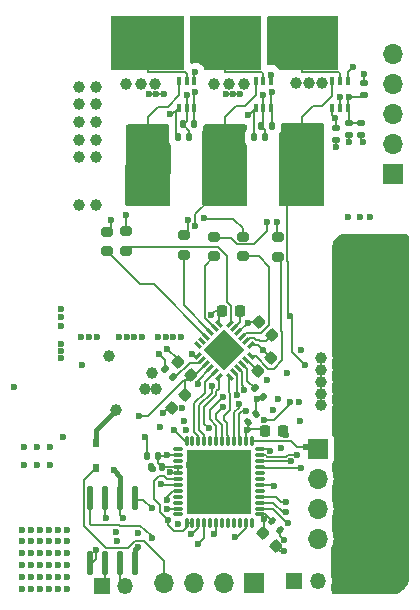
<source format=gbl>
G04 #@! TF.GenerationSoftware,KiCad,Pcbnew,8.0.4*
G04 #@! TF.CreationDate,2024-09-18T18:28:33+10:00*
G04 #@! TF.ProjectId,ESC,4553432e-6b69-4636-9164-5f7063625858,rev?*
G04 #@! TF.SameCoordinates,Original*
G04 #@! TF.FileFunction,Copper,L6,Bot*
G04 #@! TF.FilePolarity,Positive*
%FSLAX46Y46*%
G04 Gerber Fmt 4.6, Leading zero omitted, Abs format (unit mm)*
G04 Created by KiCad (PCBNEW 8.0.4) date 2024-09-18 18:28:33*
%MOMM*%
%LPD*%
G01*
G04 APERTURE LIST*
G04 Aperture macros list*
%AMRoundRect*
0 Rectangle with rounded corners*
0 $1 Rounding radius*
0 $2 $3 $4 $5 $6 $7 $8 $9 X,Y pos of 4 corners*
0 Add a 4 corners polygon primitive as box body*
4,1,4,$2,$3,$4,$5,$6,$7,$8,$9,$2,$3,0*
0 Add four circle primitives for the rounded corners*
1,1,$1+$1,$2,$3*
1,1,$1+$1,$4,$5*
1,1,$1+$1,$6,$7*
1,1,$1+$1,$8,$9*
0 Add four rect primitives between the rounded corners*
20,1,$1+$1,$2,$3,$4,$5,0*
20,1,$1+$1,$4,$5,$6,$7,0*
20,1,$1+$1,$6,$7,$8,$9,0*
20,1,$1+$1,$8,$9,$2,$3,0*%
%AMRotRect*
0 Rectangle, with rotation*
0 The origin of the aperture is its center*
0 $1 length*
0 $2 width*
0 $3 Rotation angle, in degrees counterclockwise*
0 Add horizontal line*
21,1,$1,$2,0,0,$3*%
G04 Aperture macros list end*
G04 #@! TA.AperFunction,ComponentPad*
%ADD10R,1.700000X1.700000*%
G04 #@! TD*
G04 #@! TA.AperFunction,ComponentPad*
%ADD11O,1.700000X1.700000*%
G04 #@! TD*
G04 #@! TA.AperFunction,ComponentPad*
%ADD12R,1.350000X1.350000*%
G04 #@! TD*
G04 #@! TA.AperFunction,ComponentPad*
%ADD13O,1.350000X1.350000*%
G04 #@! TD*
G04 #@! TA.AperFunction,SMDPad,CuDef*
%ADD14RoundRect,0.225000X-0.017678X0.335876X-0.335876X0.017678X0.017678X-0.335876X0.335876X-0.017678X0*%
G04 #@! TD*
G04 #@! TA.AperFunction,SMDPad,CuDef*
%ADD15RoundRect,0.225000X-0.225000X-0.250000X0.225000X-0.250000X0.225000X0.250000X-0.225000X0.250000X0*%
G04 #@! TD*
G04 #@! TA.AperFunction,SMDPad,CuDef*
%ADD16RoundRect,0.135000X-0.185000X0.135000X-0.185000X-0.135000X0.185000X-0.135000X0.185000X0.135000X0*%
G04 #@! TD*
G04 #@! TA.AperFunction,SMDPad,CuDef*
%ADD17RoundRect,0.140000X0.140000X0.170000X-0.140000X0.170000X-0.140000X-0.170000X0.140000X-0.170000X0*%
G04 #@! TD*
G04 #@! TA.AperFunction,SMDPad,CuDef*
%ADD18RoundRect,0.140000X-0.140000X-0.170000X0.140000X-0.170000X0.140000X0.170000X-0.140000X0.170000X0*%
G04 #@! TD*
G04 #@! TA.AperFunction,SMDPad,CuDef*
%ADD19O,0.590000X2.050000*%
G04 #@! TD*
G04 #@! TA.AperFunction,SMDPad,CuDef*
%ADD20RoundRect,0.135000X-0.226274X-0.035355X-0.035355X-0.226274X0.226274X0.035355X0.035355X0.226274X0*%
G04 #@! TD*
G04 #@! TA.AperFunction,SMDPad,CuDef*
%ADD21RoundRect,0.200000X0.275000X-0.200000X0.275000X0.200000X-0.275000X0.200000X-0.275000X-0.200000X0*%
G04 #@! TD*
G04 #@! TA.AperFunction,SMDPad,CuDef*
%ADD22RoundRect,0.140000X0.170000X-0.140000X0.170000X0.140000X-0.170000X0.140000X-0.170000X-0.140000X0*%
G04 #@! TD*
G04 #@! TA.AperFunction,SMDPad,CuDef*
%ADD23RoundRect,0.135000X0.185000X-0.135000X0.185000X0.135000X-0.185000X0.135000X-0.185000X-0.135000X0*%
G04 #@! TD*
G04 #@! TA.AperFunction,SMDPad,CuDef*
%ADD24RoundRect,0.140000X0.021213X-0.219203X0.219203X-0.021213X-0.021213X0.219203X-0.219203X0.021213X0*%
G04 #@! TD*
G04 #@! TA.AperFunction,SMDPad,CuDef*
%ADD25R,0.400000X0.800000*%
G04 #@! TD*
G04 #@! TA.AperFunction,SMDPad,CuDef*
%ADD26RoundRect,0.225000X0.017678X-0.335876X0.335876X-0.017678X-0.017678X0.335876X-0.335876X0.017678X0*%
G04 #@! TD*
G04 #@! TA.AperFunction,SMDPad,CuDef*
%ADD27R,0.500000X0.780000*%
G04 #@! TD*
G04 #@! TA.AperFunction,SMDPad,CuDef*
%ADD28RoundRect,0.225000X0.225000X0.250000X-0.225000X0.250000X-0.225000X-0.250000X0.225000X-0.250000X0*%
G04 #@! TD*
G04 #@! TA.AperFunction,SMDPad,CuDef*
%ADD29RoundRect,0.250000X-1.425000X0.362500X-1.425000X-0.362500X1.425000X-0.362500X1.425000X0.362500X0*%
G04 #@! TD*
G04 #@! TA.AperFunction,SMDPad,CuDef*
%ADD30RoundRect,0.225000X-0.335876X-0.017678X-0.017678X-0.335876X0.335876X0.017678X0.017678X0.335876X0*%
G04 #@! TD*
G04 #@! TA.AperFunction,SMDPad,CuDef*
%ADD31O,0.280000X0.900000*%
G04 #@! TD*
G04 #@! TA.AperFunction,SMDPad,CuDef*
%ADD32O,0.900000X0.280000*%
G04 #@! TD*
G04 #@! TA.AperFunction,SMDPad,CuDef*
%ADD33R,5.500000X5.500000*%
G04 #@! TD*
G04 #@! TA.AperFunction,SMDPad,CuDef*
%ADD34RotRect,0.600000X0.250000X45.000000*%
G04 #@! TD*
G04 #@! TA.AperFunction,SMDPad,CuDef*
%ADD35RotRect,0.250000X0.600000X45.000000*%
G04 #@! TD*
G04 #@! TA.AperFunction,SMDPad,CuDef*
%ADD36RotRect,2.450000X2.450000X45.000000*%
G04 #@! TD*
G04 #@! TA.AperFunction,SMDPad,CuDef*
%ADD37RoundRect,0.140000X-0.219203X-0.021213X-0.021213X-0.219203X0.219203X0.021213X0.021213X0.219203X0*%
G04 #@! TD*
G04 #@! TA.AperFunction,SMDPad,CuDef*
%ADD38RoundRect,0.135000X0.226274X0.035355X0.035355X0.226274X-0.226274X-0.035355X-0.035355X-0.226274X0*%
G04 #@! TD*
G04 #@! TA.AperFunction,SMDPad,CuDef*
%ADD39RoundRect,0.225000X0.335876X0.017678X0.017678X0.335876X-0.335876X-0.017678X-0.017678X-0.335876X0*%
G04 #@! TD*
G04 #@! TA.AperFunction,SMDPad,CuDef*
%ADD40RoundRect,0.140000X-0.170000X0.140000X-0.170000X-0.140000X0.170000X-0.140000X0.170000X0.140000X0*%
G04 #@! TD*
G04 #@! TA.AperFunction,ViaPad*
%ADD41C,0.600000*%
G04 #@! TD*
G04 #@! TA.AperFunction,ViaPad*
%ADD42C,1.000000*%
G04 #@! TD*
G04 #@! TA.AperFunction,Conductor*
%ADD43C,0.200000*%
G04 #@! TD*
G04 #@! TA.AperFunction,Conductor*
%ADD44C,0.400000*%
G04 #@! TD*
G04 APERTURE END LIST*
D10*
X121750000Y-63170000D03*
D11*
X121750000Y-65710000D03*
X121750000Y-68250000D03*
X121750000Y-70790000D03*
D10*
X128125000Y-39900000D03*
D11*
X128125000Y-37360000D03*
X128125000Y-34820000D03*
X128125000Y-32280000D03*
X128125000Y-29740000D03*
D10*
X116390000Y-74500000D03*
D11*
X113850000Y-74500000D03*
X111310001Y-74500000D03*
X108770000Y-74500000D03*
D12*
X103475000Y-74750000D03*
D13*
X105475001Y-74750000D03*
D12*
X119775000Y-74350000D03*
D13*
X121775001Y-74350000D03*
D14*
X110496016Y-58603984D03*
X109400000Y-59700000D03*
D15*
X117250000Y-61700000D03*
X118800000Y-61700000D03*
D16*
X124400000Y-35580002D03*
X124400000Y-36600000D03*
D17*
X117880000Y-35800000D03*
X116920000Y-35800000D03*
X108225000Y-63800000D03*
X107265000Y-63800000D03*
D18*
X116340000Y-36800000D03*
X117300000Y-36800000D03*
D19*
X102500000Y-67335000D03*
X103780000Y-67335000D03*
X105040000Y-67335000D03*
X106310000Y-67335000D03*
X106310000Y-72875000D03*
X105040000Y-72875000D03*
X103780000Y-72875000D03*
X102500000Y-72875000D03*
D20*
X116439376Y-58039376D03*
X117160624Y-58760624D03*
D18*
X109920000Y-36800000D03*
X110880000Y-36800000D03*
D21*
X118350000Y-46925000D03*
X118350000Y-45275000D03*
D22*
X125700000Y-33180000D03*
X125700000Y-32220000D03*
D23*
X125400000Y-36619998D03*
X125400000Y-35600000D03*
D24*
X115821178Y-60878822D03*
X116500000Y-60200000D03*
D17*
X108610000Y-64750000D03*
X107650000Y-64750000D03*
D21*
X110400000Y-46725000D03*
X110400000Y-45075000D03*
X113000000Y-46850000D03*
X113000000Y-45200000D03*
D25*
X124282500Y-34300000D03*
X123632500Y-34300000D03*
X122982500Y-34300000D03*
X122982500Y-32000000D03*
X123632500Y-32000000D03*
X124282500Y-32000000D03*
D26*
X116700000Y-56600000D03*
X117796016Y-55503984D03*
D27*
X103000000Y-64780000D03*
X103000000Y-62700000D03*
D28*
X115200000Y-51500000D03*
X113650000Y-51500000D03*
D21*
X105500000Y-46400000D03*
X105500000Y-44750000D03*
D29*
X113890606Y-30437500D03*
X113890606Y-36362500D03*
D30*
X117121178Y-70321178D03*
X118217194Y-71417194D03*
D31*
X116150000Y-69425000D03*
X115650000Y-69425000D03*
X115150000Y-69425000D03*
X114650000Y-69425000D03*
X114150000Y-69425000D03*
X113650000Y-69425000D03*
X113150000Y-69425000D03*
X112650000Y-69425000D03*
X112150000Y-69425000D03*
X111650000Y-69425000D03*
X111150000Y-69425000D03*
X110650000Y-69425000D03*
D32*
X109950000Y-68725000D03*
X109950000Y-68225000D03*
X109950000Y-67725000D03*
X109950000Y-67225000D03*
X109950000Y-66725000D03*
X109950000Y-66225000D03*
X109950000Y-65725000D03*
X109950000Y-65225000D03*
X109950000Y-64725000D03*
X109950000Y-64225000D03*
X109950000Y-63725000D03*
X109950000Y-63225000D03*
D31*
X110650000Y-62525000D03*
X111150000Y-62525000D03*
X111650000Y-62525000D03*
X112150000Y-62525000D03*
X112650000Y-62525000D03*
X113150000Y-62525000D03*
X113650000Y-62525000D03*
X114150000Y-62525000D03*
X114650000Y-62525000D03*
X115150000Y-62525000D03*
X115650000Y-62525000D03*
X116150000Y-62525000D03*
D32*
X116850000Y-63225000D03*
X116850000Y-63725000D03*
X116850000Y-64225000D03*
X116850000Y-64725000D03*
X116850000Y-65225000D03*
X116850000Y-65725000D03*
X116850000Y-66225000D03*
X116850000Y-66725000D03*
X116850000Y-67225000D03*
X116850000Y-67725000D03*
X116850000Y-68225000D03*
X116850000Y-68725000D03*
D33*
X113400000Y-65975000D03*
D34*
X113380761Y-57054770D03*
X113027207Y-56701217D03*
X112673654Y-56347664D03*
X112320100Y-55994110D03*
X111966547Y-55640557D03*
X111612994Y-55287003D03*
D35*
X111612994Y-54367765D03*
X111966547Y-54014211D03*
X112320100Y-53660658D03*
X112673654Y-53307104D03*
X113027207Y-52953551D03*
X113380761Y-52599998D03*
D34*
X114299999Y-52599998D03*
X114653553Y-52953551D03*
X115007106Y-53307104D03*
X115360660Y-53660658D03*
X115714213Y-54014211D03*
X116067766Y-54367765D03*
D35*
X116067766Y-55287003D03*
X115714213Y-55640557D03*
X115360660Y-55994110D03*
X115007106Y-56347664D03*
X114653553Y-56701217D03*
X114299999Y-57054770D03*
D36*
X113840380Y-54827384D03*
D37*
X117921178Y-69321178D03*
X118600000Y-70000000D03*
D25*
X111300000Y-34300000D03*
X110650000Y-34300000D03*
X110000000Y-34300000D03*
X110000000Y-32000000D03*
X110650000Y-32000000D03*
X111300000Y-32000000D03*
D38*
X109521248Y-57121248D03*
X108800000Y-56400000D03*
D29*
X120400000Y-30437500D03*
X120400000Y-36362500D03*
X107400000Y-30450000D03*
X107400000Y-36375000D03*
D21*
X103950000Y-46425000D03*
X103950000Y-44775000D03*
X115400000Y-46850000D03*
X115400000Y-45200000D03*
D39*
X117896016Y-53496016D03*
X116800000Y-52400000D03*
D17*
X111300000Y-35700000D03*
X110340000Y-35700000D03*
D39*
X111000000Y-56900000D03*
X109903984Y-55803984D03*
D25*
X117800000Y-34300000D03*
X117150000Y-34300000D03*
X116500000Y-34300000D03*
X116500000Y-32000000D03*
X117150000Y-32000000D03*
X117800000Y-32000000D03*
D40*
X123300000Y-36020000D03*
X123300000Y-36980000D03*
D41*
X120005848Y-63671266D03*
X120742897Y-63025000D03*
X117711912Y-63314436D03*
X106597938Y-60376804D03*
D42*
X104700000Y-59900000D03*
D41*
X117200000Y-69100000D03*
X120265000Y-60800000D03*
X109208832Y-65125000D03*
X106500000Y-71500000D03*
D42*
X108100000Y-58100000D03*
X107760445Y-56760445D03*
D41*
X109000000Y-63700000D03*
X115833585Y-34873678D03*
X125600003Y-37200000D03*
X115761029Y-61536029D03*
X109900000Y-69500000D03*
X109217342Y-34860001D03*
X104500000Y-65000000D03*
X104800000Y-71000000D03*
D42*
X107100000Y-58100000D03*
D41*
X123230492Y-35157378D03*
X105300000Y-69030002D03*
X118625000Y-63125000D03*
X109000000Y-67499997D03*
X120183356Y-59201882D03*
X117229006Y-60700000D03*
X119383355Y-59200099D03*
X111057769Y-70368320D03*
X108461029Y-66161029D03*
X118355000Y-58921556D03*
X117925000Y-59873189D03*
X109100000Y-69200000D03*
X105535000Y-43380000D03*
D42*
X119200000Y-40400000D03*
X120000000Y-42000000D03*
X120000000Y-41200000D03*
X120800000Y-42000000D03*
X121600000Y-42000000D03*
X119200000Y-41200000D03*
X121600000Y-40400000D03*
X119200000Y-42000000D03*
X120800000Y-40400000D03*
D41*
X120700000Y-56075000D03*
D42*
X121600000Y-41200000D03*
D41*
X112750000Y-51800000D03*
X119425000Y-51950000D03*
D42*
X120800000Y-41200000D03*
X120000000Y-40400000D03*
X127650000Y-47150000D03*
X127650000Y-53150000D03*
X126650000Y-55150000D03*
X126650000Y-67150000D03*
X127650000Y-61150000D03*
D41*
X127000000Y-69500000D03*
X127000000Y-73500000D03*
D42*
X125650000Y-61150000D03*
D41*
X127000000Y-74500000D03*
D42*
X125650000Y-49150000D03*
X125650000Y-63150000D03*
X125650000Y-55150000D03*
X127650000Y-59150000D03*
D41*
X124600000Y-69500000D03*
D42*
X127650000Y-49150000D03*
X127650000Y-51150000D03*
D41*
X128600000Y-72500000D03*
D42*
X125650000Y-65150000D03*
D41*
X125400000Y-70500000D03*
D42*
X125650000Y-47150000D03*
X125650000Y-67150000D03*
D41*
X127000000Y-71500000D03*
X127800000Y-73500000D03*
X128600000Y-70500000D03*
X125400000Y-72500000D03*
D42*
X126650000Y-57150000D03*
X125650000Y-57150000D03*
D41*
X126200000Y-71500000D03*
D42*
X126650000Y-47150000D03*
X125650000Y-53150000D03*
X127650000Y-57150000D03*
X125650000Y-51150000D03*
X126650000Y-53150000D03*
D41*
X127800000Y-71500000D03*
X128600000Y-69500000D03*
X125400000Y-73500000D03*
X124600000Y-72500000D03*
X124600000Y-70500000D03*
D42*
X126650000Y-63150000D03*
D41*
X126200000Y-72500000D03*
X125400000Y-69500000D03*
D42*
X127650000Y-67150000D03*
X126650000Y-49150000D03*
D41*
X126200000Y-73500000D03*
X127800000Y-74500000D03*
D42*
X126650000Y-51150000D03*
X127650000Y-63150000D03*
D41*
X124600000Y-74500000D03*
X127800000Y-69500000D03*
X127800000Y-72500000D03*
D42*
X127650000Y-65150000D03*
D41*
X124600000Y-71500000D03*
X124600000Y-73500000D03*
D42*
X126650000Y-59150000D03*
D41*
X125400000Y-71500000D03*
X126200000Y-69500000D03*
D42*
X127650000Y-55150000D03*
D41*
X127800000Y-70500000D03*
X125400000Y-74500000D03*
X127000000Y-72500000D03*
X128600000Y-73500000D03*
X128600000Y-71500000D03*
D42*
X126650000Y-61150000D03*
X126650000Y-65150000D03*
D41*
X128600000Y-74500000D03*
X126200000Y-74500000D03*
X127000000Y-70500000D03*
D42*
X125650000Y-59150000D03*
D41*
X126200000Y-70500000D03*
X115547697Y-58220000D03*
X113755641Y-58751697D03*
X119155000Y-56772505D03*
D42*
X114300000Y-42000000D03*
D41*
X111393841Y-44274838D03*
D42*
X115100000Y-40400000D03*
X114300000Y-40400000D03*
X112700000Y-40400000D03*
X112700000Y-42000000D03*
X115100000Y-41200000D03*
D41*
X115807105Y-52507105D03*
D42*
X113500000Y-40400000D03*
X115100000Y-42000000D03*
X114300000Y-41200000D03*
X113500000Y-41200000D03*
X112700000Y-41200000D03*
X113500000Y-42000000D03*
X106950000Y-41200000D03*
X107750000Y-40400000D03*
D41*
X117096016Y-54803984D03*
D42*
X106950000Y-40400000D03*
X106150000Y-41200000D03*
X106950000Y-42000000D03*
D41*
X117483299Y-57331354D03*
D42*
X106150000Y-40400000D03*
X108550000Y-40400000D03*
X108550000Y-41200000D03*
X107750000Y-41200000D03*
X106150000Y-42000000D03*
X107750000Y-42000000D03*
X108550000Y-42000000D03*
D41*
X112520751Y-61446372D03*
X114725000Y-70600000D03*
X109000000Y-54700000D03*
X99100000Y-63000000D03*
X100500000Y-71000000D03*
X104900000Y-53700000D03*
X100000000Y-52000000D03*
X98000000Y-63000000D03*
D42*
X122075000Y-32200000D03*
D41*
X99000000Y-70000000D03*
X114600000Y-33100000D03*
X125700000Y-31400000D03*
X123600000Y-33400000D03*
X99000000Y-74000000D03*
X116585353Y-58985357D03*
X99750000Y-70000000D03*
X126200000Y-43500000D03*
X98250000Y-74000000D03*
D42*
X122000000Y-57500000D03*
X101500000Y-42500000D03*
D41*
X118900000Y-70875000D03*
X110650000Y-33200000D03*
X114000000Y-33100000D03*
X108628909Y-60150000D03*
X112575735Y-65150735D03*
X108400000Y-61300000D03*
X99750000Y-72000000D03*
X125300000Y-43500000D03*
D42*
X122000000Y-58500000D03*
D41*
X110881052Y-64570420D03*
X99750000Y-75000000D03*
D42*
X103000000Y-34000000D03*
D41*
X97500000Y-71000000D03*
X97500000Y-70000000D03*
X124300000Y-43500000D03*
X110598138Y-61577104D03*
D42*
X114250000Y-32250000D03*
X103000000Y-38500000D03*
D41*
X124400000Y-37200000D03*
X123300000Y-37600000D03*
X100500000Y-70000000D03*
X99100000Y-64500000D03*
X97500000Y-74000000D03*
X99000000Y-72000000D03*
X100200000Y-62200000D03*
D42*
X108000000Y-32250000D03*
D41*
X97500000Y-75000000D03*
X98250000Y-71000000D03*
D42*
X113000000Y-32250000D03*
D41*
X96750000Y-73000000D03*
D42*
X101500000Y-37000000D03*
D41*
X108280000Y-55120000D03*
X96750000Y-75000000D03*
X101700000Y-53700000D03*
X100500000Y-72000000D03*
X99750000Y-71000000D03*
X98250000Y-73000000D03*
X99000000Y-75000000D03*
X108200000Y-53700000D03*
D42*
X101500000Y-35500000D03*
D41*
X96900000Y-63000000D03*
X101800000Y-56100000D03*
X96900000Y-64500000D03*
X107500000Y-33100000D03*
X108100000Y-33100000D03*
X120329325Y-54819328D03*
X99000000Y-73000000D03*
X105600000Y-53700000D03*
X99000000Y-71000000D03*
X96750000Y-70000000D03*
X117100000Y-33200000D03*
D42*
X103000000Y-37000000D03*
X101500000Y-34000000D03*
D41*
X100500000Y-75000000D03*
X100000000Y-52800000D03*
X118900000Y-71800000D03*
X96750000Y-72000000D03*
X119063173Y-61963175D03*
X100500000Y-73000000D03*
D42*
X103000000Y-32500000D03*
D41*
X109500000Y-53700000D03*
X103800000Y-69030002D03*
D42*
X119925000Y-32200000D03*
D41*
X100500000Y-74000000D03*
X102400000Y-53700000D03*
D42*
X120975000Y-32200000D03*
D41*
X96750000Y-74000000D03*
X100000000Y-55500000D03*
X115200000Y-33100000D03*
X106900000Y-53700000D03*
D42*
X103000000Y-35500000D03*
D41*
X98250000Y-70000000D03*
X107764645Y-64864644D03*
D42*
X106750000Y-32250000D03*
D41*
X99750000Y-74000000D03*
X113840380Y-54827384D03*
X111100000Y-55100000D03*
X100000000Y-54300000D03*
D42*
X105500000Y-32250000D03*
D41*
X110300000Y-59700000D03*
X107100219Y-62210002D03*
X108700000Y-33100000D03*
D42*
X101500000Y-32500000D03*
X122000000Y-55500000D03*
D41*
X110400000Y-60800000D03*
D42*
X104100000Y-55300000D03*
D41*
X97500000Y-73000000D03*
X103100000Y-53700000D03*
X100000000Y-51300000D03*
X98250000Y-72000000D03*
X97500000Y-72000000D03*
X99750000Y-73000000D03*
D42*
X101500000Y-38500000D03*
D41*
X96000000Y-57900000D03*
X96750000Y-71000000D03*
X104686863Y-70208038D03*
X100000000Y-54900000D03*
D42*
X122000000Y-56500000D03*
D41*
X110200000Y-53700000D03*
X108900000Y-53700000D03*
X106200000Y-53700000D03*
D42*
X122000000Y-59500000D03*
D41*
X98250000Y-75000000D03*
D42*
X103000000Y-42500000D03*
X115500000Y-32250000D03*
D41*
X106511479Y-70288520D03*
X98000000Y-64500000D03*
X114905640Y-58653521D03*
X113755641Y-59600224D03*
X112780761Y-57850000D03*
X111580761Y-57700000D03*
X124700000Y-30875000D03*
X111600000Y-71250000D03*
X117858908Y-32946904D03*
X111400026Y-32921682D03*
X124400003Y-33400000D03*
X117838095Y-31491535D03*
X109000000Y-68300000D03*
X109600000Y-61600000D03*
X111400000Y-31300000D03*
X107680197Y-70688623D03*
X119194494Y-69448981D03*
X118065748Y-66309252D03*
X119075000Y-67650000D03*
X115660500Y-59996356D03*
X120325000Y-64825000D03*
X119500000Y-64225000D03*
X119063235Y-68511765D03*
X107725000Y-68200000D03*
X115059458Y-59395314D03*
X104250000Y-43800000D03*
X112100000Y-43600000D03*
X110750000Y-43800000D03*
X103000000Y-71700000D03*
X118290606Y-44000000D03*
X117490606Y-44000000D03*
X113000000Y-70400000D03*
D42*
X118300000Y-27200000D03*
X121600000Y-29400000D03*
X122700000Y-29400000D03*
X120500000Y-27200000D03*
X119400000Y-28300000D03*
X122700000Y-28300000D03*
X119400000Y-29400000D03*
X120500000Y-29400000D03*
X118300000Y-29400000D03*
X121600000Y-27200000D03*
X122700000Y-27200000D03*
X119400000Y-27200000D03*
X118300000Y-28300000D03*
X120500000Y-28300000D03*
X121600000Y-28300000D03*
X115100000Y-27200000D03*
X114000000Y-27200000D03*
X112900000Y-27200000D03*
X111800000Y-28300000D03*
X116200000Y-28300000D03*
X115100000Y-29400000D03*
X112900000Y-29400000D03*
X111800000Y-27200000D03*
X112900000Y-28300000D03*
X116200000Y-29400000D03*
X116200000Y-27200000D03*
X111800000Y-29400000D03*
X114000000Y-29400000D03*
X114000000Y-28300000D03*
X115100000Y-28300000D03*
X108400000Y-29400000D03*
X106200000Y-28300000D03*
X109500000Y-29400000D03*
X106200000Y-29400000D03*
X108400000Y-27200000D03*
X105100000Y-29400000D03*
X109500000Y-28300000D03*
X107300000Y-28300000D03*
X107300000Y-29400000D03*
X106200000Y-27200000D03*
X109500000Y-27200000D03*
X108400000Y-28300000D03*
X105100000Y-27200000D03*
X107300000Y-27200000D03*
X105100000Y-28300000D03*
D43*
X119525000Y-62525000D02*
X116150000Y-62525000D01*
X120025000Y-63025000D02*
X119525000Y-62525000D01*
X120742897Y-63025000D02*
X120025000Y-63025000D01*
X119272182Y-63675000D02*
X119082746Y-63864436D01*
X120002114Y-63675000D02*
X119272182Y-63675000D01*
X117344658Y-63725000D02*
X116850000Y-63725000D01*
X120005848Y-63671266D02*
X120002114Y-63675000D01*
X119082746Y-63864436D02*
X117484094Y-63864436D01*
X117484094Y-63864436D02*
X117344658Y-63725000D01*
X116950000Y-64825000D02*
X116850000Y-64725000D01*
X120325000Y-64825000D02*
X116950000Y-64825000D01*
X119500000Y-64225000D02*
X116850000Y-64225000D01*
X117622476Y-63225000D02*
X116850000Y-63225000D01*
X117711912Y-63314436D02*
X117622476Y-63225000D01*
D44*
X103000000Y-61600000D02*
X104700000Y-59900000D01*
D43*
X110466551Y-57333449D02*
X110980761Y-57333449D01*
X110496016Y-58603984D02*
X110496016Y-57403984D01*
X110496016Y-57403984D02*
X111000000Y-56900000D01*
D44*
X103000000Y-62700000D02*
X103000000Y-61600000D01*
D43*
X107423196Y-60376804D02*
X110466551Y-57333449D01*
X110980761Y-57333449D02*
X112320100Y-55994110D01*
X106597938Y-60376804D02*
X107423196Y-60376804D01*
X107042080Y-70950000D02*
X108770000Y-72677920D01*
X105672182Y-71550000D02*
X106272182Y-70950000D01*
X101955000Y-69685000D02*
X103820000Y-71550000D01*
X106272182Y-70950000D02*
X107042080Y-70950000D01*
X103820000Y-71550000D02*
X105672182Y-71550000D01*
X103000000Y-64780000D02*
X101955000Y-65825000D01*
X101955000Y-65825000D02*
X101955000Y-69685000D01*
X108770000Y-72677920D02*
X108770000Y-74500000D01*
X115926322Y-34873678D02*
X116500000Y-34300000D01*
X115700000Y-61500000D02*
X116950000Y-61500000D01*
X108225000Y-63800000D02*
X108225000Y-64365000D01*
X117325000Y-68725000D02*
X117921178Y-69321178D01*
X105040000Y-68770002D02*
X105040000Y-67460000D01*
X122982500Y-34909386D02*
X122982500Y-34300000D01*
X125400000Y-36619998D02*
X125400000Y-36999997D01*
D44*
X106310000Y-71690000D02*
X106500000Y-71500000D01*
D43*
X105300000Y-69030002D02*
X105040000Y-68770002D01*
X117200000Y-69100000D02*
X117200000Y-69075000D01*
X116850000Y-68725000D02*
X117325000Y-68725000D01*
X108225000Y-63800000D02*
X108900000Y-63800000D01*
X109760000Y-36640000D02*
X109760000Y-34540000D01*
X108225000Y-64365000D02*
X108610000Y-64750000D01*
X115821178Y-61475880D02*
X115821178Y-60878822D01*
X109950000Y-64725000D02*
X109950000Y-65225000D01*
X123230492Y-35157378D02*
X122982500Y-34909386D01*
X108635000Y-64725000D02*
X109950000Y-64725000D01*
X115650000Y-61647058D02*
X115650000Y-62525000D01*
X108900000Y-63800000D02*
X109000000Y-63700000D01*
D44*
X105040000Y-65540000D02*
X104500000Y-65000000D01*
D43*
X109217342Y-34860001D02*
X109439999Y-34860001D01*
X115761029Y-61536029D02*
X115650000Y-61647058D01*
D44*
X106310000Y-73040000D02*
X106310000Y-71690000D01*
D43*
X123300000Y-36020000D02*
X123300000Y-35226886D01*
D44*
X115797058Y-61500000D02*
X115809158Y-61500000D01*
D43*
X109760000Y-34540000D02*
X110000000Y-34300000D01*
X125400000Y-36999997D02*
X125600003Y-37200000D01*
X109000000Y-63700000D02*
X109025000Y-63725000D01*
X115761029Y-61536029D02*
X115821178Y-61475880D01*
X116340000Y-34460000D02*
X116340000Y-36800000D01*
X109025000Y-63725000D02*
X109950000Y-63725000D01*
X123300000Y-35226886D02*
X123230492Y-35157378D01*
X115833585Y-34873678D02*
X115926322Y-34873678D01*
X109950000Y-65225000D02*
X109308832Y-65225000D01*
X117200000Y-69075000D02*
X116850000Y-68725000D01*
X115761029Y-61536029D02*
X115725000Y-61500000D01*
X117200000Y-70242356D02*
X117200000Y-69100000D01*
D44*
X105040000Y-67500000D02*
X105040000Y-65540000D01*
D43*
X116500000Y-34300000D02*
X116340000Y-34460000D01*
X109308832Y-65225000D02*
X109208832Y-65125000D01*
D44*
X115761029Y-61536029D02*
X115797058Y-61500000D01*
D43*
X115725000Y-61500000D02*
X115699999Y-61500000D01*
X109439999Y-34860001D02*
X110000000Y-34300000D01*
X109000000Y-67242746D02*
X109517746Y-66725000D01*
X109000000Y-67499997D02*
X109000000Y-67242746D01*
X109517746Y-66725000D02*
X109950000Y-66725000D01*
X119383355Y-59392949D02*
X119383355Y-59200099D01*
X111057769Y-70368320D02*
X111138934Y-70368320D01*
X111138934Y-70368320D02*
X111650000Y-69857254D01*
X111650000Y-69857254D02*
X111650000Y-69425000D01*
X118076304Y-60700000D02*
X119383355Y-59392949D01*
X117229006Y-60700000D02*
X118076304Y-60700000D01*
X108525000Y-66225000D02*
X109950000Y-66225000D01*
X108461029Y-66161029D02*
X108525000Y-66225000D01*
X109600000Y-70100000D02*
X109100000Y-69600000D01*
X107900000Y-67400000D02*
X108400000Y-67900000D01*
X109950000Y-65725000D02*
X108960303Y-65725000D01*
X109100000Y-69600000D02*
X109100000Y-69200000D01*
X108273529Y-65500000D02*
X107861029Y-65912500D01*
X107861029Y-65912500D02*
X107861029Y-66409558D01*
X108400000Y-68548529D02*
X109051471Y-69200000D01*
X111150000Y-69425000D02*
X110650000Y-69425000D01*
X108960303Y-65725000D02*
X108735303Y-65500000D01*
X107900000Y-66448529D02*
X107900000Y-67400000D01*
X107861029Y-66409558D02*
X107900000Y-66448529D01*
X109051471Y-69200000D02*
X109100000Y-69200000D01*
X110345000Y-70100000D02*
X109600000Y-70100000D01*
X110650000Y-69425000D02*
X110650000Y-69795000D01*
X108400000Y-67900000D02*
X108400000Y-68548529D01*
X110650000Y-69795000D02*
X110345000Y-70100000D01*
X108735303Y-65500000D02*
X108273529Y-65500000D01*
X105535000Y-43380000D02*
X105535000Y-44665000D01*
X119150000Y-47281436D02*
X119150000Y-42050000D01*
X113380761Y-52599998D02*
X113380761Y-51769239D01*
X113050000Y-51500000D02*
X112750000Y-51800000D01*
X120800000Y-40400000D02*
X120600000Y-40450000D01*
X119600000Y-54975000D02*
X120700000Y-56075000D01*
X119240606Y-47372042D02*
X119150000Y-47281436D01*
X120400000Y-39790606D02*
X120390606Y-39800000D01*
X122982500Y-33266029D02*
X122098529Y-34150000D01*
X113650000Y-51500000D02*
X113050000Y-51500000D01*
X120400000Y-35100000D02*
X120400000Y-36362500D01*
X119425000Y-51950000D02*
X119240606Y-51765606D01*
X122098529Y-34150000D02*
X121350000Y-34150000D01*
X121350000Y-34150000D02*
X120400000Y-35100000D01*
X122982500Y-32000000D02*
X122982500Y-33266029D01*
X119600000Y-52125000D02*
X119600000Y-54975000D01*
X119240606Y-51765606D02*
X119240606Y-47372042D01*
X119150000Y-42050000D02*
X119200000Y-42000000D01*
X119425000Y-51950000D02*
X119600000Y-52125000D01*
X115547697Y-58047697D02*
X115300000Y-57800000D01*
X112600000Y-60677092D02*
X113120751Y-61197843D01*
X113755641Y-58751697D02*
X112600000Y-59907338D01*
X115300000Y-57800000D02*
X115300000Y-56640558D01*
X112600000Y-59907338D02*
X112600000Y-60677092D01*
X113120751Y-61197843D02*
X113120751Y-62495751D01*
X115300000Y-56640558D02*
X115007106Y-56347664D01*
X115547697Y-58220000D02*
X115547697Y-58047697D01*
X107859442Y-49200000D02*
X112320100Y-53660658D01*
X103950000Y-46425000D02*
X106725000Y-49200000D01*
X106725000Y-49200000D02*
X107859442Y-49200000D01*
X111719581Y-55887523D02*
X110912477Y-55887523D01*
X111966547Y-55640557D02*
X111719581Y-55887523D01*
X110912477Y-55887523D02*
X109678752Y-57121248D01*
X116857718Y-54000000D02*
X116825483Y-53967765D01*
X115961179Y-53767245D02*
X115714213Y-54014211D01*
X117896016Y-53496016D02*
X117392032Y-54000000D01*
X116315774Y-53767245D02*
X115961179Y-53767245D01*
X116825483Y-53967765D02*
X116516294Y-53967765D01*
X117392032Y-54000000D02*
X116857718Y-54000000D01*
X116516294Y-53967765D02*
X116315774Y-53767245D01*
X118761300Y-55634716D02*
X118026748Y-56369268D01*
X118650000Y-47075000D02*
X118650000Y-53153984D01*
X118026748Y-56369268D02*
X117582262Y-56369268D01*
X116499998Y-55287004D02*
X116067766Y-55287003D01*
X118761300Y-53265284D02*
X118761300Y-55634716D01*
X118650000Y-53153984D02*
X118761300Y-53265284D01*
X116499998Y-55287004D02*
X117582262Y-56369268D01*
X116500000Y-32000000D02*
X116500000Y-33248529D01*
X115598529Y-34150000D02*
X114850000Y-34150000D01*
X115007106Y-53307105D02*
X115807105Y-52507105D01*
X115807105Y-52507105D02*
X115914211Y-52400000D01*
X115914210Y-52400000D02*
X115807105Y-52507105D01*
X112700000Y-42000000D02*
X111393841Y-43306159D01*
X116500000Y-33248529D02*
X115598529Y-34150000D01*
X116800000Y-52400000D02*
X115914210Y-52400000D01*
X111393841Y-43306159D02*
X111393841Y-44274838D01*
X113890606Y-35109394D02*
X113890606Y-36362500D01*
X115914211Y-52400000D02*
X116812994Y-52400000D01*
X114850000Y-34150000D02*
X113890606Y-35109394D01*
X115360660Y-55994110D02*
X115805345Y-56438795D01*
X115805345Y-56438795D02*
X115805345Y-57405345D01*
X115805345Y-57405345D02*
X116439376Y-58039376D01*
X114450000Y-52449997D02*
X114450000Y-51076304D01*
X114299999Y-52599998D02*
X114450000Y-52449997D01*
X105825000Y-46075000D02*
X105500000Y-46400000D01*
X113341938Y-46075000D02*
X105825000Y-46075000D01*
X114098696Y-46831758D02*
X113341938Y-46075000D01*
X114450000Y-51076304D02*
X114098696Y-50725000D01*
X114098696Y-50725000D02*
X114098696Y-46831758D01*
X114150000Y-62092746D02*
X114050000Y-61992746D01*
X114355641Y-59848753D02*
X114355641Y-58503168D01*
X114050000Y-61992746D02*
X114050000Y-60995099D01*
X114355641Y-58503168D02*
X114200000Y-58347527D01*
X114050000Y-60995099D02*
X113800000Y-60745099D01*
X114200000Y-58347527D02*
X114200000Y-57100000D01*
X113800000Y-60404394D02*
X114355641Y-59848753D01*
X113800000Y-60745099D02*
X113800000Y-60404394D01*
X114200000Y-57100000D02*
X114325648Y-56974352D01*
X114150000Y-62525000D02*
X114150000Y-62092746D01*
X110000000Y-33248529D02*
X109048529Y-34200000D01*
X117096016Y-54803984D02*
X116659797Y-54367765D01*
X107750000Y-40400000D02*
X107550000Y-40450000D01*
X107400000Y-35050000D02*
X107400000Y-36375000D01*
X117796016Y-55503984D02*
X117096016Y-54803984D01*
X106100000Y-42050000D02*
X106150000Y-42000000D01*
X107350000Y-40400000D02*
X107150000Y-40450000D01*
X108250000Y-34200000D02*
X107400000Y-35050000D01*
X116659797Y-54367765D02*
X116067766Y-54367765D01*
X109048529Y-34200000D02*
X108250000Y-34200000D01*
X110000000Y-32000000D02*
X110000000Y-33248529D01*
X113380761Y-58098529D02*
X113380761Y-57054770D01*
X115650000Y-69857254D02*
X115650000Y-69425000D01*
X113180761Y-58579901D02*
X113180761Y-58298529D01*
X112520751Y-61446372D02*
X112100000Y-61025621D01*
X113180761Y-58298529D02*
X113380761Y-58098529D01*
X112100000Y-59660662D02*
X113180761Y-58579901D01*
X114907254Y-70600000D02*
X115650000Y-69857254D01*
X112100000Y-61025621D02*
X112100000Y-59660662D01*
X114725000Y-70600000D02*
X114907254Y-70600000D01*
X117150000Y-34300000D02*
X117150000Y-35570000D01*
X117300000Y-36180000D02*
X116920000Y-35800000D01*
X108800000Y-55640000D02*
X108280000Y-55120000D01*
X117150000Y-33250000D02*
X117100000Y-33200000D01*
X118600000Y-71800000D02*
X118900000Y-71800000D01*
X103780000Y-69010002D02*
X103800000Y-69030002D01*
X123300000Y-36980000D02*
X123300000Y-37600000D01*
X116500000Y-59070710D02*
X116500000Y-60200000D01*
X116935891Y-58985357D02*
X117160624Y-58760624D01*
X125700000Y-32220000D02*
X125700000Y-31400000D01*
X110340000Y-35700000D02*
X110650000Y-35390000D01*
X110650000Y-34300000D02*
X110650000Y-33200000D01*
X108800000Y-56400000D02*
X108800000Y-55640000D01*
X117300000Y-36800000D02*
X117300000Y-36180000D01*
X109048909Y-59730000D02*
X108628909Y-60150000D01*
X111287003Y-55287003D02*
X111100000Y-55100000D01*
X107265000Y-63800000D02*
X107265000Y-62374783D01*
X110880000Y-36240000D02*
X110340000Y-35700000D01*
X116585353Y-58985357D02*
X116500000Y-59070710D01*
X124400000Y-36600000D02*
X124400000Y-37200000D01*
X103780000Y-67460000D02*
X103780000Y-69010002D01*
X107265000Y-62374783D02*
X107100219Y-62210002D01*
X117150000Y-35570000D02*
X116920000Y-35800000D01*
X117150000Y-34300000D02*
X117150000Y-33250000D01*
X118600000Y-70000000D02*
X118600000Y-70575000D01*
X109903984Y-55603984D02*
X109000000Y-54700000D01*
X116585353Y-58985357D02*
X116935891Y-58985357D01*
X118217194Y-71417194D02*
X118600000Y-71800000D01*
X115084314Y-33150000D02*
X114250000Y-33150000D01*
X123632500Y-33432500D02*
X123600000Y-33400000D01*
X110880000Y-36800000D02*
X110880000Y-36240000D01*
X108584314Y-33100000D02*
X107750000Y-33100000D01*
X110650000Y-35390000D02*
X110650000Y-34300000D01*
X123632500Y-34300000D02*
X123632500Y-33432500D01*
X118600000Y-70575000D02*
X118900000Y-70875000D01*
X111612994Y-55287003D02*
X111287003Y-55287003D01*
X113027207Y-56701217D02*
X112180761Y-57547663D01*
X111300000Y-61742746D02*
X111650000Y-62092746D01*
X112180761Y-58448529D02*
X111300000Y-59329290D01*
X111650000Y-62092746D02*
X111650000Y-62525000D01*
X112180761Y-57547663D02*
X112180761Y-58448529D01*
X111300000Y-59329290D02*
X111300000Y-61742746D01*
X113100000Y-60255865D02*
X113100000Y-60610785D01*
X113755641Y-59600224D02*
X113100000Y-60255865D01*
X113650000Y-61160785D02*
X113650000Y-62525000D01*
X114905640Y-58653521D02*
X114900519Y-58648400D01*
X114900519Y-58648400D02*
X114900519Y-56948183D01*
X114900519Y-56948183D02*
X114653553Y-56701217D01*
X113100000Y-60610785D02*
X113650000Y-61160785D01*
X117665284Y-47765284D02*
X116750000Y-46850000D01*
X117665284Y-52666088D02*
X117665284Y-47765284D01*
X115360660Y-53660658D02*
X115654073Y-53367245D01*
X115654073Y-53367245D02*
X116964127Y-53367245D01*
X116964127Y-53367245D02*
X117665284Y-52666088D01*
X116750000Y-46850000D02*
X115550000Y-46850000D01*
X113000000Y-46850000D02*
X112200000Y-47650000D01*
X112200000Y-47650000D02*
X112200000Y-52100000D01*
X112200000Y-52100000D02*
X112186828Y-52113172D01*
X112186828Y-52113172D02*
X113027207Y-52953551D01*
X115753553Y-55640558D02*
X116440380Y-56327385D01*
X115714212Y-55640558D02*
X115753553Y-55640558D01*
X112150000Y-62027060D02*
X112150000Y-62525000D01*
X112780761Y-58414215D02*
X111700000Y-59494976D01*
X111700000Y-59494976D02*
X111700000Y-61577060D01*
X111700000Y-61577060D02*
X112150000Y-62027060D01*
X112780761Y-57850000D02*
X112780761Y-58414215D01*
X111580761Y-57440557D02*
X112673654Y-56347664D01*
X111580761Y-57700000D02*
X111580761Y-57440557D01*
X112673654Y-53307104D02*
X110400000Y-51033450D01*
X110400000Y-51033450D02*
X110400000Y-46725000D01*
X115200000Y-52407104D02*
X115200000Y-51500000D01*
X114653553Y-52953551D02*
X115200000Y-52407104D01*
X112150000Y-70700000D02*
X111600000Y-71250000D01*
X124282500Y-32000000D02*
X124282500Y-31292500D01*
X124282500Y-31292500D02*
X124700000Y-30875000D01*
X112150000Y-69425000D02*
X112150000Y-70700000D01*
X124400000Y-34417500D02*
X124282500Y-34300000D01*
X124282500Y-34300000D02*
X124282500Y-33517503D01*
X125480000Y-33400000D02*
X125700000Y-33180000D01*
X125400000Y-35600000D02*
X124419998Y-35600000D01*
X111300000Y-33900000D02*
X111300000Y-33021708D01*
X117800000Y-33005812D02*
X117858908Y-32946904D01*
X111300000Y-33021708D02*
X111400026Y-32921682D01*
X124400003Y-33400000D02*
X125480000Y-33400000D01*
X117880000Y-35800000D02*
X117880000Y-34380000D01*
X117800000Y-34300000D02*
X117800000Y-33005812D01*
X111300000Y-34300000D02*
X111300000Y-33900000D01*
X124400000Y-35580002D02*
X124400000Y-34417500D01*
X124282500Y-33517503D02*
X124400003Y-33400000D01*
X111300000Y-35700000D02*
X111300000Y-33900000D01*
X117800000Y-31529630D02*
X117838095Y-31491535D01*
X117800000Y-32000000D02*
X117800000Y-31529630D01*
X109075000Y-68225000D02*
X109950000Y-68225000D01*
X109000000Y-68300000D02*
X109075000Y-68225000D01*
X110650000Y-62525000D02*
X110525000Y-62525000D01*
X111300000Y-32000000D02*
X111300000Y-31400000D01*
X111300000Y-31400000D02*
X111400000Y-31300000D01*
X110525000Y-62525000D02*
X109600000Y-61600000D01*
X107139991Y-70039991D02*
X107111479Y-70039991D01*
X107680197Y-70688623D02*
X107680197Y-70580197D01*
X107111479Y-70039991D02*
X106735847Y-69664359D01*
X119151922Y-69448981D02*
X119194494Y-69448981D01*
X102581473Y-69630002D02*
X102500000Y-69548529D01*
X104991713Y-69664359D02*
X104919022Y-69591668D01*
X104048529Y-69630002D02*
X102581473Y-69630002D01*
X106735847Y-69664359D02*
X104991713Y-69664359D01*
X107680197Y-70580197D02*
X107139991Y-70039991D01*
X117927941Y-68225000D02*
X119151922Y-69448981D01*
X116850000Y-68225000D02*
X117927941Y-68225000D01*
X104086863Y-69591668D02*
X104048529Y-69630002D01*
X104919022Y-69591668D02*
X104086863Y-69591668D01*
X102500000Y-69548529D02*
X102500000Y-67460000D01*
X117981496Y-66225000D02*
X118065748Y-66309252D01*
X116850000Y-66225000D02*
X117981496Y-66225000D01*
X118628678Y-67650000D02*
X119075000Y-67650000D01*
X118203678Y-67225000D02*
X118628678Y-67650000D01*
X116850000Y-67225000D02*
X118203678Y-67225000D01*
X115150000Y-62525000D02*
X115150000Y-62075000D01*
X115125000Y-60249013D02*
X115377657Y-59996356D01*
X115125000Y-62050000D02*
X115125000Y-60249013D01*
X115150000Y-62075000D02*
X115125000Y-62050000D01*
X115377657Y-59996356D02*
X115660500Y-59996356D01*
X117996570Y-67725000D02*
X116850000Y-67725000D01*
X119063235Y-68511765D02*
X118783335Y-68511765D01*
X107725000Y-68200000D02*
X106985000Y-67460000D01*
X118783335Y-68511765D02*
X117996570Y-67725000D01*
X106985000Y-67460000D02*
X106310000Y-67460000D01*
X114650000Y-62525000D02*
X114650000Y-62075000D01*
X114675000Y-62050000D02*
X114675000Y-60062615D01*
X114675000Y-60062615D02*
X115059458Y-59678157D01*
X114650000Y-62075000D02*
X114675000Y-62050000D01*
X115059458Y-59678157D02*
X115059458Y-59395314D01*
X103780000Y-73000000D02*
X103780000Y-74519999D01*
X105040000Y-73000000D02*
X105040000Y-74690000D01*
X104250000Y-44475000D02*
X103950000Y-44775000D01*
X104250000Y-43800000D02*
X104250000Y-44475000D01*
X115400000Y-44500000D02*
X114600000Y-43700000D01*
X114600000Y-43700000D02*
X112200000Y-43700000D01*
X115400000Y-45200000D02*
X115400000Y-44500000D01*
X112200000Y-43700000D02*
X112100000Y-43600000D01*
X110750000Y-43800000D02*
X110750000Y-44675000D01*
X110750000Y-44675000D02*
X110400000Y-45025000D01*
X103000000Y-71700000D02*
X103000000Y-72500000D01*
X103000000Y-72500000D02*
X102500000Y-73000000D01*
X118290606Y-44000000D02*
X118290606Y-45065606D01*
X117490606Y-44709394D02*
X117490606Y-44000000D01*
X116350000Y-45850000D02*
X117490606Y-44709394D01*
X114383062Y-45300000D02*
X114933062Y-45850000D01*
X113100000Y-45300000D02*
X114383062Y-45300000D01*
X114933062Y-45850000D02*
X116350000Y-45850000D01*
X113150000Y-70250000D02*
X113000000Y-70400000D01*
X113150000Y-69425000D02*
X113150000Y-70250000D01*
X120400000Y-31300000D02*
X120400000Y-30437500D01*
X123532500Y-31300000D02*
X120400000Y-31300000D01*
X123632500Y-31400000D02*
X123532500Y-31300000D01*
X123632500Y-32000000D02*
X123632500Y-31400000D01*
X113890606Y-31290606D02*
X113890606Y-30437500D01*
X117150000Y-32000000D02*
X117150000Y-31400000D01*
X113900000Y-31300000D02*
X113890606Y-31290606D01*
X117050000Y-31300000D02*
X113900000Y-31300000D01*
X117150000Y-31400000D02*
X117050000Y-31300000D01*
X110500000Y-31300000D02*
X107400000Y-31300000D01*
X107400000Y-31300000D02*
X107400000Y-30450000D01*
X110650000Y-31450000D02*
X110500000Y-31300000D01*
X110650000Y-32000000D02*
X110650000Y-31450000D01*
G04 #@! TA.AperFunction,Conductor*
G36*
X129006061Y-45000597D02*
G01*
X129182941Y-45018018D01*
X129206769Y-45022757D01*
X129370997Y-45072575D01*
X129393452Y-45081876D01*
X129433953Y-45103524D01*
X129483797Y-45152485D01*
X129499500Y-45212882D01*
X129499500Y-73912286D01*
X129499499Y-73912304D01*
X129499499Y-73981364D01*
X129499183Y-73990209D01*
X129484871Y-74190346D01*
X129482353Y-74207859D01*
X129440647Y-74399582D01*
X129435663Y-74416557D01*
X129367093Y-74600402D01*
X129359743Y-74616495D01*
X129265711Y-74788704D01*
X129256149Y-74803583D01*
X129138567Y-74960655D01*
X129126982Y-74974026D01*
X128988237Y-75112772D01*
X128974866Y-75124358D01*
X128817791Y-75241944D01*
X128802907Y-75251509D01*
X128630703Y-75345540D01*
X128614610Y-75352890D01*
X128430765Y-75421461D01*
X128413789Y-75426445D01*
X128222068Y-75468151D01*
X128204557Y-75470669D01*
X128021668Y-75483750D01*
X128004613Y-75484970D01*
X127995768Y-75485286D01*
X123116280Y-75485286D01*
X123049241Y-75465601D01*
X123006793Y-75419497D01*
X122984220Y-75377040D01*
X122974952Y-75354513D01*
X122974464Y-75352890D01*
X122925466Y-75189824D01*
X122920782Y-75165921D01*
X122915709Y-75112772D01*
X122903860Y-74988620D01*
X122903301Y-74976466D01*
X122904214Y-74693546D01*
X122908944Y-74660031D01*
X122935436Y-74566923D01*
X122955537Y-74350000D01*
X122935436Y-74133077D01*
X122911140Y-74047686D01*
X122906408Y-74013356D01*
X122914466Y-71515437D01*
X122926081Y-71463442D01*
X123023903Y-71253663D01*
X123085063Y-71025408D01*
X123105659Y-70790000D01*
X123085063Y-70554592D01*
X123023903Y-70326337D01*
X122930732Y-70126532D01*
X122919116Y-70073736D01*
X122922716Y-68957746D01*
X122934333Y-68905746D01*
X122936163Y-68901819D01*
X123023903Y-68713663D01*
X123085063Y-68485408D01*
X123105659Y-68250000D01*
X123085063Y-68014592D01*
X123023903Y-67786337D01*
X122938868Y-67603982D01*
X122927254Y-67551187D01*
X122930967Y-66400047D01*
X122942580Y-66348058D01*
X123023903Y-66173663D01*
X123085063Y-65945408D01*
X123105659Y-65710000D01*
X123085063Y-65474592D01*
X123023903Y-65246337D01*
X122947007Y-65081435D01*
X122935391Y-65028634D01*
X122937272Y-64445497D01*
X122957172Y-64378524D01*
X122961989Y-64371610D01*
X123043796Y-64262331D01*
X123094091Y-64127483D01*
X123100500Y-64067873D01*
X123100499Y-62272128D01*
X123094091Y-62212517D01*
X123043796Y-62077669D01*
X122970199Y-61979357D01*
X122945783Y-61913894D01*
X122945468Y-61904674D01*
X122952175Y-59825703D01*
X122957511Y-59790125D01*
X122986024Y-59696132D01*
X123005341Y-59500000D01*
X122986024Y-59303868D01*
X122959594Y-59216743D01*
X122954257Y-59180355D01*
X122955435Y-58814956D01*
X122960772Y-58779375D01*
X122986024Y-58696132D01*
X123005341Y-58500000D01*
X122986024Y-58303868D01*
X122962787Y-58227266D01*
X122957448Y-58190876D01*
X122958696Y-57804207D01*
X122964032Y-57768627D01*
X122986024Y-57696132D01*
X123005341Y-57500000D01*
X122986024Y-57303868D01*
X122986024Y-57303866D01*
X122976306Y-57271834D01*
X122965978Y-57237786D01*
X122960640Y-57201399D01*
X122961956Y-56793460D01*
X122967293Y-56757877D01*
X122986024Y-56696132D01*
X123005341Y-56500000D01*
X122986024Y-56303868D01*
X122969169Y-56248308D01*
X122963832Y-56211927D01*
X122965217Y-55782710D01*
X122970553Y-55747132D01*
X122986024Y-55696132D01*
X123005341Y-55500000D01*
X122986024Y-55303868D01*
X122986024Y-55303866D01*
X122972363Y-55258835D01*
X122967024Y-55222442D01*
X122996765Y-46002852D01*
X122997398Y-45990733D01*
X123015318Y-45814255D01*
X123020114Y-45790497D01*
X123070262Y-45626725D01*
X123079592Y-45604355D01*
X123160665Y-45453485D01*
X123174176Y-45433352D01*
X123283066Y-45301159D01*
X123300245Y-45284036D01*
X123432792Y-45175569D01*
X123452960Y-45162129D01*
X123604093Y-45081542D01*
X123626499Y-45072283D01*
X123790431Y-45022663D01*
X123814203Y-45017944D01*
X123990725Y-45000594D01*
X124002854Y-45000000D01*
X128993907Y-45000000D01*
X129006061Y-45000597D01*
G37*
G04 #@! TD.AperFunction*
G04 #@! TA.AperFunction,Conductor*
G36*
X123366666Y-26512589D02*
G01*
X123433693Y-26532303D01*
X123479424Y-26585128D01*
X123490606Y-26636588D01*
X123490606Y-30976000D01*
X123470921Y-31043039D01*
X123418117Y-31088794D01*
X123366606Y-31100000D01*
X123241667Y-31100000D01*
X123233688Y-31099572D01*
X123233683Y-31099678D01*
X123230379Y-31099500D01*
X123230373Y-31099500D01*
X123230366Y-31099500D01*
X122734629Y-31099500D01*
X122731305Y-31099679D01*
X122731299Y-31099573D01*
X122723337Y-31100000D01*
X118606018Y-31100000D01*
X118538979Y-31080315D01*
X118501024Y-31041972D01*
X118467910Y-30989272D01*
X118340357Y-30861719D01*
X118187618Y-30765746D01*
X118017349Y-30706166D01*
X118017344Y-30706165D01*
X117838099Y-30685970D01*
X117838091Y-30685970D01*
X117658845Y-30706165D01*
X117652048Y-30707717D01*
X117651627Y-30705873D01*
X117591261Y-30708945D01*
X117530640Y-30674206D01*
X117498423Y-30612207D01*
X117496106Y-30588347D01*
X117496106Y-26633953D01*
X117515791Y-26566914D01*
X117568595Y-26521159D01*
X117620159Y-26509953D01*
X123366666Y-26512589D01*
G37*
G04 #@! TD.AperFunction*
G04 #@! TA.AperFunction,Conductor*
G36*
X116866663Y-26509609D02*
G01*
X116933693Y-26529324D01*
X116979424Y-26582149D01*
X116990606Y-26633609D01*
X116990606Y-30976000D01*
X116970921Y-31043039D01*
X116918117Y-31088794D01*
X116866606Y-31100000D01*
X116759167Y-31100000D01*
X116751188Y-31099572D01*
X116751183Y-31099678D01*
X116747879Y-31099500D01*
X116747873Y-31099500D01*
X116747866Y-31099500D01*
X116252129Y-31099500D01*
X116248805Y-31099679D01*
X116248799Y-31099573D01*
X116240837Y-31100000D01*
X112266092Y-31100000D01*
X112199053Y-31080315D01*
X112153298Y-31027511D01*
X112149050Y-31016954D01*
X112125789Y-30950478D01*
X112029815Y-30797737D01*
X111902262Y-30670184D01*
X111749523Y-30574211D01*
X111579254Y-30514631D01*
X111579249Y-30514630D01*
X111400004Y-30494435D01*
X111399996Y-30494435D01*
X111220750Y-30514630D01*
X111220745Y-30514631D01*
X111120455Y-30549725D01*
X111050676Y-30553286D01*
X110990048Y-30518557D01*
X110957821Y-30456564D01*
X110955500Y-30432683D01*
X110955500Y-26630955D01*
X110975185Y-26563916D01*
X111027989Y-26518161D01*
X111079553Y-26506955D01*
X116866663Y-26509609D01*
G37*
G04 #@! TD.AperFunction*
G04 #@! TA.AperFunction,Conductor*
G36*
X110326058Y-26506610D02*
G01*
X110393087Y-26526325D01*
X110438818Y-26579150D01*
X110450000Y-26630610D01*
X110450000Y-30976000D01*
X110430315Y-31043039D01*
X110377511Y-31088794D01*
X110326000Y-31100000D01*
X110259167Y-31100000D01*
X110251188Y-31099572D01*
X110251183Y-31099678D01*
X110247879Y-31099500D01*
X110247873Y-31099500D01*
X110247866Y-31099500D01*
X109752129Y-31099500D01*
X109748805Y-31099679D01*
X109748799Y-31099573D01*
X109740837Y-31100000D01*
X104374000Y-31100000D01*
X104306961Y-31080315D01*
X104261206Y-31027511D01*
X104250000Y-30976000D01*
X104250000Y-26627880D01*
X104269685Y-26560841D01*
X104322489Y-26515086D01*
X104374050Y-26503881D01*
X110326058Y-26506610D01*
G37*
G04 #@! TD.AperFunction*
G04 #@! TA.AperFunction,Conductor*
G36*
X122233645Y-35619685D02*
G01*
X122279400Y-35672489D01*
X122290606Y-35724000D01*
X122290606Y-42476000D01*
X122270921Y-42543039D01*
X122218117Y-42588794D01*
X122166606Y-42600000D01*
X118614606Y-42600000D01*
X118547567Y-42580315D01*
X118501812Y-42527511D01*
X118490606Y-42476000D01*
X118490606Y-36456560D01*
X118510291Y-36389521D01*
X118526930Y-36368874D01*
X118530114Y-36365690D01*
X118530117Y-36365687D01*
X118612494Y-36226395D01*
X118657643Y-36070993D01*
X118660500Y-36034690D01*
X118660500Y-35724000D01*
X118680185Y-35656961D01*
X118732989Y-35611206D01*
X118784500Y-35600000D01*
X122166606Y-35600000D01*
X122233645Y-35619685D01*
G37*
G04 #@! TD.AperFunction*
G04 #@! TA.AperFunction,Conductor*
G36*
X115682539Y-35719685D02*
G01*
X115728294Y-35772489D01*
X115739500Y-35824000D01*
X115739500Y-36133333D01*
X115719815Y-36200372D01*
X115703181Y-36221014D01*
X115689887Y-36234307D01*
X115689881Y-36234315D01*
X115607505Y-36373606D01*
X115607504Y-36373609D01*
X115562357Y-36529002D01*
X115562356Y-36529008D01*
X115559500Y-36565302D01*
X115559500Y-37034697D01*
X115562356Y-37070991D01*
X115562357Y-37070997D01*
X115607504Y-37226390D01*
X115607505Y-37226393D01*
X115607506Y-37226395D01*
X115689883Y-37365687D01*
X115754288Y-37430092D01*
X115787772Y-37491413D01*
X115790606Y-37517772D01*
X115790606Y-42476000D01*
X115770921Y-42543039D01*
X115718117Y-42588794D01*
X115666606Y-42600000D01*
X112114606Y-42600000D01*
X112047567Y-42580315D01*
X112001812Y-42527511D01*
X111990606Y-42476000D01*
X111990606Y-36231146D01*
X112007873Y-36168026D01*
X112032494Y-36126395D01*
X112077643Y-35970993D01*
X112080500Y-35934690D01*
X112080500Y-35824000D01*
X112100185Y-35756961D01*
X112152989Y-35711206D01*
X112204500Y-35700000D01*
X115615500Y-35700000D01*
X115682539Y-35719685D01*
G37*
G04 #@! TD.AperFunction*
G04 #@! TA.AperFunction,Conductor*
G36*
X109102539Y-35719685D02*
G01*
X109148294Y-35772489D01*
X109159500Y-35824000D01*
X109159500Y-36452353D01*
X109154576Y-36486948D01*
X109142357Y-36529002D01*
X109142356Y-36529008D01*
X109139500Y-36565302D01*
X109139500Y-37034697D01*
X109142356Y-37070991D01*
X109142357Y-37070997D01*
X109187504Y-37226390D01*
X109187505Y-37226393D01*
X109269881Y-37365684D01*
X109269887Y-37365692D01*
X109278734Y-37374539D01*
X109312219Y-37435862D01*
X109315040Y-37464017D01*
X109242377Y-42477797D01*
X109221723Y-42544544D01*
X109168262Y-42589529D01*
X109118390Y-42600000D01*
X105750665Y-42600000D01*
X105721310Y-42595012D01*
X105721044Y-42596181D01*
X105714253Y-42594631D01*
X105552862Y-42576447D01*
X105488448Y-42549381D01*
X105448892Y-42491786D01*
X105442759Y-42451437D01*
X105538835Y-35822203D01*
X105559489Y-35755456D01*
X105612950Y-35710471D01*
X105662822Y-35700000D01*
X109035500Y-35700000D01*
X109102539Y-35719685D01*
G37*
G04 #@! TD.AperFunction*
M02*

</source>
